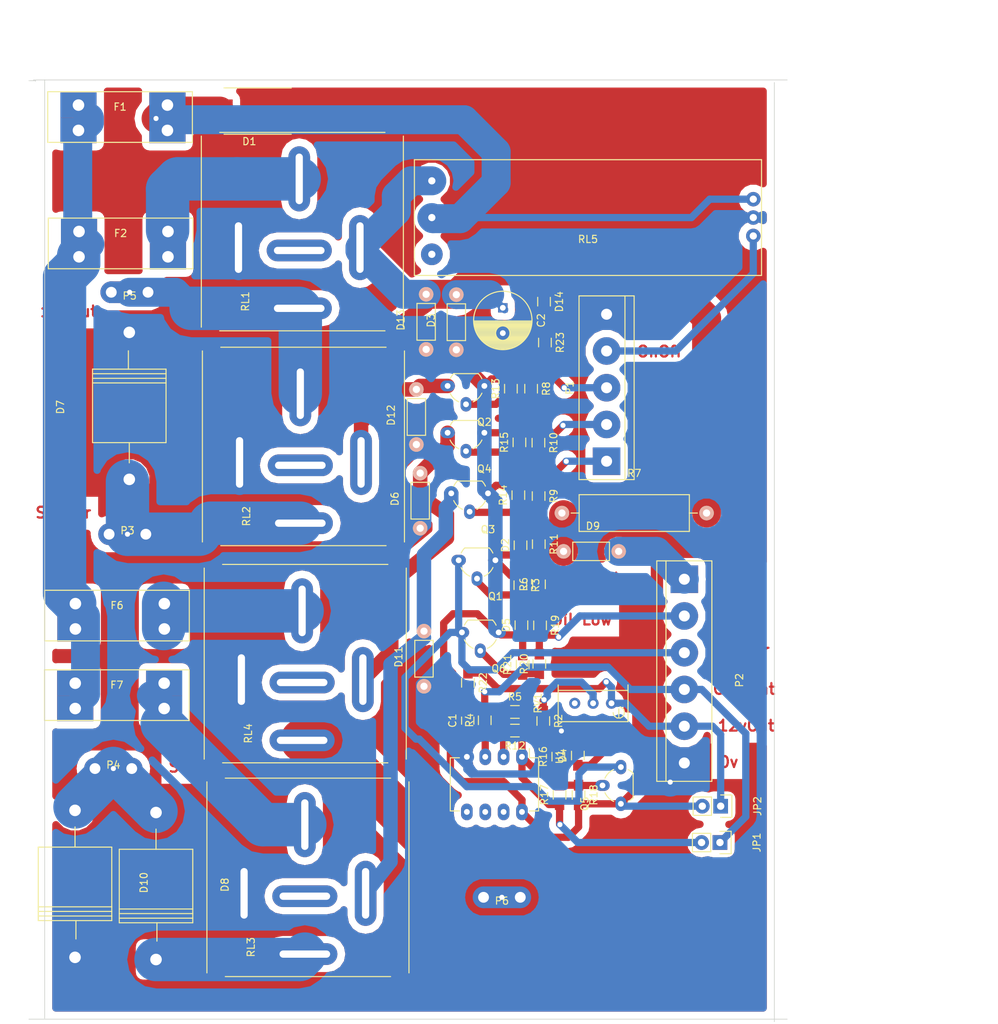
<source format=kicad_pcb>
(kicad_pcb (version 4) (host pcbnew 4.0.6)
  (layers (0 F.Cu signal) (31 B.Cu signal) (34 B.Paste user) (35 F.Paste user) (36 B.SilkS user) (37 F.SilkS user) (38 B.Mask user) (39 F.Mask user) (44 Edge.Cuts user))
  (net 0 "")
  (net 1 GND)
  (net 2 CoolantTemp)
  (net 3 12vSwitched)
  (net 4 "Net-(D2-Pad2)")
  (net 5 "Net-(D4-Pad2)")
  (net 6 "Net-(D5-Pad2)")
  (net 7 "Net-(D9-Pad1)")
  (net 8 AlternatorExcitation)
  (net 9 StartCoil)
  (net 10 StopCoil)
  (net 11 GlowCoil)
  (net 12 StopBtn)
  (net 13 OnOffBtn)
  (net 14 GlowBtn)
  (net 15 Buzzer)
  (net 16 OilSwitch)
  (net 17 "Net-(Q1-Pad2)")
  (net 18 "Net-(Q2-Pad2)")
  (net 19 "Net-(Q3-Pad2)")
  (net 20 "Net-(Q4-Pad2)")
  (net 21 "Net-(Q5-Pad2)")
  (net 22 "Net-(Q6-Pad2)")
  (net 23 "Net-(R4-Pad1)")
  (net 24 "Net-(R12-Pad2)")
  (net 25 StarterSolenoidT30)
  (net 26 StopSolenoid)
  (net 27 "Net-(D8-Pad1)")
  (net 28 "Net-(D14-Pad2)")
  (net 29 BatteryFused5A)
  (net 30 Battery+)
  (net 31 "Net-(F2-Pad1)")
  (net 32 "Net-(F6-Pad1)")
  (net 33 "Net-(F7-Pad1)")
  (net 34 "Net-(JP1-Pad2)")
  (net 35 "Net-(F3-Pad1)")
  (net 36 GlowPlugs)
  (net 37 StartBtn)
  (net 38 "Net-(R2-Pad1)")
  (net 39 CoolantSensorSupply)
  (module Capacitors_SMD:C_0805_HandSoldering (layer F.Cu) (at 99.3 112.575 90)
    (fp_text reference C1 (at 0 -2.1 90) (layer F.SilkS))
    (fp_text value 10nF)
    (pad 1 smd rect (at -1.25 0 90) (size 1.5 1.25) (layers F.Cu F.Paste F.Mask) (net 1 GND))
    (pad 2 smd rect (at 1.25 0 90) (size 1.5 1.25) (layers F.Cu F.Paste F.Mask) (net 2 CoolantTemp))
  )
  (module Capacitors_ThroughHole:C_Radial_D8_L11.5_P3.5 (layer F.Cu) (at 104.15 55.5 270)
    (fp_text reference C2 (at 1.75 -5.3 270) (layer F.SilkS))
    (fp_text value 100uF)
    (pad 2 thru_hole circle (at 3.5 0 270) (size 1.3 1.3) (drill 0.8) (layers *.Cu *.Mask) (net 1 GND))
    (pad 1 thru_hole rect (at 0 0 270) (size 1.3 1.3) (drill 0.8) (layers *.Cu *.Mask) (net 3 12vSwitched))
  )
  (module Diodes_SMD:DO-214AB_Handsoldering (layer F.Cu) (at 69.1 28.3 180)
    (fp_text reference D1 (at 0 -4.2 180) (layer F.SilkS))
    (fp_text value "SMBJ30CA-TR TSV")
    (pad 2 smd rect (at 4.1 0 180) (size 3.6 3.2) (layers F.Cu F.Paste F.Mask) (net 29 BatteryFused5A))
    (pad 1 smd rect (at -4.1 0 180) (size 3.6 3.2) (layers F.Cu F.Paste F.Mask) (net 1 GND))
  )
  (module Resistors_SMD:R_0805_HandSoldering (layer F.Cu) (at 106.6 88.325 90)
    (fp_text reference D2 (at 0 -2.1 90) (layer F.SilkS))
    (fp_text value ChargeWarn)
    (pad 1 smd rect (at -1.35 0 90) (size 1.5 1.3) (layers F.Cu F.Paste F.Mask) (net 3 12vSwitched))
    (pad 2 smd rect (at 1.35 0 90) (size 1.5 1.3) (layers F.Cu F.Paste F.Mask) (net 4 "Net-(D2-Pad2)"))
  )
  (module Resistors_SMD:R_0805_HandSoldering (layer F.Cu) (at 114.525 117.4 90)
    (fp_text reference D4 (at 0 -2.1 90) (layer F.SilkS))
    (fp_text value TempWarn)
    (pad 1 smd rect (at -1.35 0 90) (size 1.5 1.3) (layers F.Cu F.Paste F.Mask) (net 3 12vSwitched))
    (pad 2 smd rect (at 1.35 0 90) (size 1.5 1.3) (layers F.Cu F.Paste F.Mask) (net 5 "Net-(D4-Pad2)"))
  )
  (module Resistors_SMD:R_0805_HandSoldering (layer F.Cu) (at 106.725 99.375 90)
    (fp_text reference D5 (at 0 -2.1 90) (layer F.SilkS))
    (fp_text value OilWarn)
    (pad 1 smd rect (at -1.35 0 90) (size 1.5 1.3) (layers F.Cu F.Paste F.Mask) (net 3 12vSwitched))
    (pad 2 smd rect (at 1.35 0 90) (size 1.5 1.3) (layers F.Cu F.Paste F.Mask) (net 6 "Net-(D5-Pad2)"))
  )
  (module Resistors_ThroughHole:Resistor_Horizontal_RM7mm (layer F.Cu) (at 112.55 89.175)
    (fp_text reference D9 (at 4.05892 -3.50012) (layer F.SilkS))
    (fp_text value "1A 40V")
    (pad 1 thru_hole circle (at 0 0) (size 1.99898 1.99898) (drill 1.00076) (layers *.Cu *.SilkS *.Mask) (net 7 "Net-(D9-Pad1)"))
    (pad 2 thru_hole circle (at 7.62 0) (size 1.99898 1.99898) (drill 1.00076) (layers *.Cu *.SilkS *.Mask) (net 8 AlternatorExcitation))
  )
  (module TO_SOT_Packages_THT:TO-92_Molded_Wide_Oval (layer F.Cu) (at 103.125 90.4 180)
    (fp_text reference Q1 (at 0 -5 180) (layer F.SilkS))
    (fp_text value 2N2907)
    (pad 2 thru_hole oval (at 2.54 -2.54 270) (size 1.99898 1.50114) (drill 0.8) (layers *.Cu *.Mask) (net 17 "Net-(Q1-Pad2)"))
    (pad 1 thru_hole oval (at 0 0 270) (size 1.50114 1.99898) (drill 0.8) (layers *.Cu *.Mask) (net 3 12vSwitched))
    (pad 3 thru_hole oval (at 5.08 0 270) (size 1.50114 1.99898) (drill 0.8) (layers *.Cu *.Mask) (net 15 Buzzer))
  )
  (module TO_SOT_Packages_THT:TO-92_Molded_Wide_Oval (layer F.Cu) (at 101.6 66.3 180)
    (fp_text reference Q2 (at 0 -5 180) (layer F.SilkS))
    (fp_text value 2N2907)
    (pad 2 thru_hole oval (at 2.54 -2.54 270) (size 1.99898 1.50114) (drill 0.8) (layers *.Cu *.Mask) (net 18 "Net-(Q2-Pad2)"))
    (pad 1 thru_hole oval (at 0 0 270) (size 1.50114 1.99898) (drill 0.8) (layers *.Cu *.Mask) (net 3 12vSwitched))
    (pad 3 thru_hole oval (at 5.08 0 270) (size 1.50114 1.99898) (drill 0.8) (layers *.Cu *.Mask) (net 9 StartCoil))
  )
  (module TO_SOT_Packages_THT:TO-92_Molded_Wide_Oval (layer F.Cu) (at 102.1 81.15 180)
    (fp_text reference Q3 (at 0 -5 180) (layer F.SilkS))
    (fp_text value 2N2907)
    (pad 2 thru_hole oval (at 2.54 -2.54 270) (size 1.99898 1.50114) (drill 0.8) (layers *.Cu *.Mask) (net 19 "Net-(Q3-Pad2)"))
    (pad 1 thru_hole oval (at 0 0 270) (size 1.50114 1.99898) (drill 0.8) (layers *.Cu *.Mask) (net 3 12vSwitched))
    (pad 3 thru_hole oval (at 5.08 0 270) (size 1.50114 1.99898) (drill 0.8) (layers *.Cu *.Mask) (net 10 StopCoil))
  )
  (module TO_SOT_Packages_THT:TO-92_Molded_Wide_Oval (layer F.Cu) (at 101.6 72.775 180)
    (fp_text reference Q4 (at 0 -5 180) (layer F.SilkS))
    (fp_text value 2N2907)
    (pad 2 thru_hole oval (at 2.54 -2.54 270) (size 1.99898 1.50114) (drill 0.8) (layers *.Cu *.Mask) (net 20 "Net-(Q4-Pad2)"))
    (pad 1 thru_hole oval (at 0 0 270) (size 1.50114 1.99898) (drill 0.8) (layers *.Cu *.Mask) (net 3 12vSwitched))
    (pad 3 thru_hole oval (at 5.08 0 270) (size 1.50114 1.99898) (drill 0.8) (layers *.Cu *.Mask) (net 11 GlowCoil))
  )
  (module TO_SOT_Packages_THT:TO-92_Molded_Wide_Oval (layer F.Cu) (at 120.475 124.075 90)
    (fp_text reference Q5 (at 0 -5 90) (layer F.SilkS))
    (fp_text value 2N2907)
    (pad 2 thru_hole oval (at 2.54 -2.54 180) (size 1.99898 1.50114) (drill 0.8) (layers *.Cu *.Mask) (net 21 "Net-(Q5-Pad2)"))
    (pad 1 thru_hole oval (at 0 0 180) (size 1.50114 1.99898) (drill 0.8) (layers *.Cu *.Mask) (net 3 12vSwitched))
    (pad 3 thru_hole oval (at 5.08 0 180) (size 1.50114 1.99898) (drill 0.8) (layers *.Cu *.Mask) (net 15 Buzzer))
  )
  (module TO_SOT_Packages_THT:TO-92_Molded_Wide_Oval (layer F.Cu) (at 103.575 100.375 180)
    (fp_text reference Q6 (at 0 -5 180) (layer F.SilkS))
    (fp_text value 2N2907)
    (pad 2 thru_hole oval (at 2.54 -2.54 270) (size 1.99898 1.50114) (drill 0.8) (layers *.Cu *.Mask) (net 22 "Net-(Q6-Pad2)"))
    (pad 1 thru_hole oval (at 0 0 270) (size 1.50114 1.99898) (drill 0.8) (layers *.Cu *.Mask) (net 3 12vSwitched))
    (pad 3 thru_hole oval (at 5.08 0 270) (size 1.50114 1.99898) (drill 0.8) (layers *.Cu *.Mask) (net 15 Buzzer))
  )
  (module Resistors_SMD:R_0805_HandSoldering (layer F.Cu) (at 109.75 112.625 270)
    (fp_text reference R2 (at 0 -2.1 270) (layer F.SilkS))
    (fp_text value 330R)
    (pad 1 smd rect (at -1.35 0 270) (size 1.5 1.3) (layers F.Cu F.Paste F.Mask) (net 38 "Net-(R2-Pad1)"))
    (pad 2 smd rect (at 1.35 0 270) (size 1.5 1.3) (layers F.Cu F.Paste F.Mask) (net 1 GND))
  )
  (module Resistors_SMD:R_0805_HandSoldering (layer F.Cu) (at 106.575 93.85 270)
    (fp_text reference R3 (at 0 -2.1 270) (layer F.SilkS))
    (fp_text value 10K)
    (pad 1 smd rect (at -1.35 0 270) (size 1.5 1.3) (layers F.Cu F.Paste F.Mask) (net 3 12vSwitched))
    (pad 2 smd rect (at 1.35 0 270) (size 1.5 1.3) (layers F.Cu F.Paste F.Mask) (net 17 "Net-(Q1-Pad2)"))
  )
  (module Resistors_SMD:R_0805_HandSoldering (layer F.Cu) (at 101.65 112.525 90)
    (fp_text reference R4 (at 0 -2.1 90) (layer F.SilkS))
    (fp_text value 10K)
    (pad 1 smd rect (at -1.35 0 90) (size 1.5 1.3) (layers F.Cu F.Paste F.Mask) (net 23 "Net-(R4-Pad1)"))
    (pad 2 smd rect (at 1.35 0 90) (size 1.5 1.3) (layers F.Cu F.Paste F.Mask) (net 2 CoolantTemp))
  )
  (module Resistors_SMD:R_0805_HandSoldering (layer F.Cu) (at 105.825 111.375)
    (fp_text reference R5 (at 0 -2.1) (layer F.SilkS))
    (fp_text value 10K)
    (pad 1 smd rect (at -1.35 0) (size 1.5 1.3) (layers F.Cu F.Paste F.Mask) (net 24 "Net-(R12-Pad2)"))
    (pad 2 smd rect (at 1.35 0) (size 1.5 1.3) (layers F.Cu F.Paste F.Mask) (net 38 "Net-(R2-Pad1)"))
  )
  (module Resistors_SMD:R_0805_HandSoldering (layer F.Cu) (at 109.15 93.725 90)
    (fp_text reference R6 (at 0 -2.1 90) (layer F.SilkS))
    (fp_text value 2.2K)
    (pad 1 smd rect (at -1.35 0 90) (size 1.5 1.3) (layers F.Cu F.Paste F.Mask) (net 17 "Net-(Q1-Pad2)"))
    (pad 2 smd rect (at 1.35 0 90) (size 1.5 1.3) (layers F.Cu F.Paste F.Mask) (net 7 "Net-(D9-Pad1)"))
  )
  (module Resistors_ThroughHole:Resistor_Horizontal_RM20mm (layer F.Cu) (at 112.325 83.875)
    (fp_text reference R7 (at 10 -5.4991) (layer F.SilkS))
    (fp_text value 10R)
    (pad 1 thru_hole circle (at 0 0) (size 1.99898 1.99898) (drill 1.00076) (layers *.Cu *.SilkS *.Mask) (net 7 "Net-(D9-Pad1)"))
    (pad 2 thru_hole circle (at 20 0) (size 1.99898 1.99898) (drill 1.00076) (layers *.Cu *.SilkS *.Mask) (net 3 12vSwitched))
  )
  (module Resistors_SMD:R_0805_HandSoldering (layer F.Cu) (at 108.063 66.685 270)
    (fp_text reference R8 (at 0 -2.1 270) (layer F.SilkS))
    (fp_text value 2.2K)
    (pad 1 smd rect (at -1.35 0 270) (size 1.5 1.3) (layers F.Cu F.Paste F.Mask) (net 37 StartBtn))
    (pad 2 smd rect (at 1.35 0 270) (size 1.5 1.3) (layers F.Cu F.Paste F.Mask) (net 18 "Net-(Q2-Pad2)"))
  )
  (module Resistors_SMD:R_0805_HandSoldering (layer F.Cu) (at 109.1 81.525 270)
    (fp_text reference R9 (at 0 -2.1 270) (layer F.SilkS))
    (fp_text value 2.2K)
    (pad 1 smd rect (at -1.35 0 270) (size 1.5 1.3) (layers F.Cu F.Paste F.Mask) (net 12 StopBtn))
    (pad 2 smd rect (at 1.35 0 270) (size 1.5 1.3) (layers F.Cu F.Paste F.Mask) (net 19 "Net-(Q3-Pad2)"))
  )
  (module Resistors_SMD:R_0805_HandSoldering (layer F.Cu) (at 109.075 74.15 270)
    (fp_text reference R10 (at 0 -2.1 270) (layer F.SilkS))
    (fp_text value 2.2K)
    (pad 1 smd rect (at -1.35 0 270) (size 1.5 1.3) (layers F.Cu F.Paste F.Mask) (net 14 GlowBtn))
    (pad 2 smd rect (at 1.35 0 270) (size 1.5 1.3) (layers F.Cu F.Paste F.Mask) (net 20 "Net-(Q4-Pad2)"))
  )
  (module Resistors_SMD:R_0805_HandSoldering (layer F.Cu) (at 109.125 88.175 270)
    (fp_text reference R11 (at 0 -2.1 270) (layer F.SilkS))
    (fp_text value 1K)
    (pad 1 smd rect (at -1.35 0 270) (size 1.5 1.3) (layers F.Cu F.Paste F.Mask) (net 4 "Net-(D2-Pad2)"))
    (pad 2 smd rect (at 1.35 0 270) (size 1.5 1.3) (layers F.Cu F.Paste F.Mask) (net 7 "Net-(D9-Pad1)"))
  )
  (module Resistors_SMD:R_0805_HandSoldering (layer F.Cu) (at 105.825 113.95 180)
    (fp_text reference R12 (at 0 -2.1 180) (layer F.SilkS))
    (fp_text value 100K)
    (pad 1 smd rect (at -1.35 0 180) (size 1.5 1.3) (layers F.Cu F.Paste F.Mask) (net 34 "Net-(JP1-Pad2)"))
    (pad 2 smd rect (at 1.35 0 180) (size 1.5 1.3) (layers F.Cu F.Paste F.Mask) (net 24 "Net-(R12-Pad2)"))
  )
  (module Resistors_SMD:R_0805_HandSoldering (layer F.Cu) (at 105.269 66.685 90)
    (fp_text reference R13 (at 0 -2.1 90) (layer F.SilkS))
    (fp_text value 10K)
    (pad 1 smd rect (at -1.35 0 90) (size 1.5 1.3) (layers F.Cu F.Paste F.Mask) (net 18 "Net-(Q2-Pad2)"))
    (pad 2 smd rect (at 1.35 0 90) (size 1.5 1.3) (layers F.Cu F.Paste F.Mask) (net 3 12vSwitched))
  )
  (module Resistors_SMD:R_0805_HandSoldering (layer F.Cu) (at 106.3 81.4 90)
    (fp_text reference R14 (at 0 -2.1 90) (layer F.SilkS))
    (fp_text value 10K)
    (pad 1 smd rect (at -1.35 0 90) (size 1.5 1.3) (layers F.Cu F.Paste F.Mask) (net 19 "Net-(Q3-Pad2)"))
    (pad 2 smd rect (at 1.35 0 90) (size 1.5 1.3) (layers F.Cu F.Paste F.Mask) (net 3 12vSwitched))
  )
  (module Resistors_SMD:R_0805_HandSoldering (layer F.Cu) (at 106.45 74.1 90)
    (fp_text reference R15 (at 0 -2.1 90) (layer F.SilkS))
    (fp_text value 10K)
    (pad 1 smd rect (at -1.35 0 90) (size 1.5 1.3) (layers F.Cu F.Paste F.Mask) (net 20 "Net-(Q4-Pad2)"))
    (pad 2 smd rect (at 1.35 0 90) (size 1.5 1.3) (layers F.Cu F.Paste F.Mask) (net 3 12vSwitched))
  )
  (module Resistors_SMD:R_0805_HandSoldering (layer F.Cu) (at 111.825 117.55 90)
    (fp_text reference R16 (at 0 -2.1 90) (layer F.SilkS))
    (fp_text value 1K)
    (pad 1 smd rect (at -1.35 0 90) (size 1.5 1.3) (layers F.Cu F.Paste F.Mask) (net 34 "Net-(JP1-Pad2)"))
    (pad 2 smd rect (at 1.35 0 90) (size 1.5 1.3) (layers F.Cu F.Paste F.Mask) (net 5 "Net-(D4-Pad2)"))
  )
  (module Resistors_SMD:R_0805_HandSoldering (layer F.Cu) (at 112 122.825 90)
    (fp_text reference R17 (at 0 -2.1 90) (layer F.SilkS))
    (fp_text value 2.2K)
    (pad 1 smd rect (at -1.35 0 90) (size 1.5 1.3) (layers F.Cu F.Paste F.Mask) (net 34 "Net-(JP1-Pad2)"))
    (pad 2 smd rect (at 1.35 0 90) (size 1.5 1.3) (layers F.Cu F.Paste F.Mask) (net 21 "Net-(Q5-Pad2)"))
  )
  (module Resistors_SMD:R_0805_HandSoldering (layer F.Cu) (at 114.625 122.85 270)
    (fp_text reference R18 (at 0 -2.1 270) (layer F.SilkS))
    (fp_text value 10K)
    (pad 1 smd rect (at -1.35 0 270) (size 1.5 1.3) (layers F.Cu F.Paste F.Mask) (net 21 "Net-(Q5-Pad2)"))
    (pad 2 smd rect (at 1.35 0 270) (size 1.5 1.3) (layers F.Cu F.Paste F.Mask) (net 3 12vSwitched))
  )
  (module Resistors_SMD:R_0805_HandSoldering (layer F.Cu) (at 109.3 99.4 270)
    (fp_text reference R19 (at 0 -2.1 270) (layer F.SilkS))
    (fp_text value 1K)
    (pad 1 smd rect (at -1.35 0 270) (size 1.5 1.3) (layers F.Cu F.Paste F.Mask) (net 6 "Net-(D5-Pad2)"))
    (pad 2 smd rect (at 1.35 0 270) (size 1.5 1.3) (layers F.Cu F.Paste F.Mask) (net 16 OilSwitch))
  )
  (module Resistors_SMD:R_0805_HandSoldering (layer F.Cu) (at 109.2 104.725 90)
    (fp_text reference R20 (at 0 -2.1 90) (layer F.SilkS))
    (fp_text value 2.2K)
    (pad 1 smd rect (at -1.35 0 90) (size 1.5 1.3) (layers F.Cu F.Paste F.Mask) (net 22 "Net-(Q6-Pad2)"))
    (pad 2 smd rect (at 1.35 0 90) (size 1.5 1.3) (layers F.Cu F.Paste F.Mask) (net 16 OilSwitch))
  )
  (module Resistors_SMD:R_0805_HandSoldering (layer F.Cu) (at 106.9 104.825 90)
    (fp_text reference R21 (at 0 -2.1 90) (layer F.SilkS))
    (fp_text value 10K)
    (pad 1 smd rect (at -1.35 0 90) (size 1.5 1.3) (layers F.Cu F.Paste F.Mask) (net 22 "Net-(Q6-Pad2)"))
    (pad 2 smd rect (at 1.35 0 90) (size 1.5 1.3) (layers F.Cu F.Paste F.Mask) (net 3 12vSwitched))
  )
  (module Housings_DIP:DIP-8_W7.62mm_LongPads (layer F.Cu) (at 106.8 117.575 270)
    (fp_text reference U1 (at 0 -5.22 270) (layer F.SilkS))
    (fp_text value LM358)
    (pad 1 thru_hole oval (at 0 0 270) (size 2.3 1.6) (drill 0.8) (layers *.Cu *.Mask) (net 34 "Net-(JP1-Pad2)"))
    (pad 2 thru_hole oval (at 0 2.54 270) (size 2.3 1.6) (drill 0.8) (layers *.Cu *.Mask) (net 24 "Net-(R12-Pad2)"))
    (pad 3 thru_hole oval (at 0 5.08 270) (size 2.3 1.6) (drill 0.8) (layers *.Cu *.Mask) (net 23 "Net-(R4-Pad1)"))
    (pad 4 thru_hole oval (at 0 7.62 270) (size 2.3 1.6) (drill 0.8) (layers *.Cu *.Mask) (net 1 GND))
    (pad 5 thru_hole oval (at 7.62 7.62 270) (size 2.3 1.6) (drill 0.8) (layers *.Cu *.Mask))
    (pad 6 thru_hole oval (at 7.62 5.08 270) (size 2.3 1.6) (drill 0.8) (layers *.Cu *.Mask))
    (pad 7 thru_hole oval (at 7.62 2.54 270) (size 2.3 1.6) (drill 0.8) (layers *.Cu *.Mask))
    (pad 8 thru_hole oval (at 7.62 0 270) (size 2.3 1.6) (drill 0.8) (layers *.Cu *.Mask) (net 3 12vSwitched))
  )
  (module Resistors_ThroughHole:Resistor_Horizontal_RM7mm (layer F.Cu) (at 97.725 61.3 90)
    (fp_text reference D3 (at 4.05892 -3.50012 90) (layer F.SilkS))
    (fp_text value 10A100V)
    (pad 1 thru_hole circle (at 0 0 90) (size 1.99898 1.99898) (drill 1.00076) (layers *.Cu *.SilkS *.Mask) (net 1 GND))
    (pad 2 thru_hole circle (at 7.62 0 90) (size 1.99898 1.99898) (drill 1.00076) (layers *.Cu *.SilkS *.Mask) (net 3 12vSwitched))
  )
  (module Resistors_ThroughHole:Resistor_Horizontal_RM7mm (layer F.Cu) (at 92.725 85.975 90)
    (fp_text reference D6 (at 4.05892 -3.50012 90) (layer F.SilkS))
    (fp_text value "5A 600V")
    (pad 1 thru_hole circle (at 0 0 90) (size 1.99898 1.99898) (drill 1.00076) (layers *.Cu *.SilkS *.Mask) (net 1 GND))
    (pad 2 thru_hole circle (at 7.62 0 90) (size 1.99898 1.99898) (drill 1.00076) (layers *.Cu *.SilkS *.Mask) (net 11 GlowCoil))
  )
  (module Resistors_ThroughHole:Resistor_Horizontal_RM7mm (layer F.Cu) (at 93.25 107.825 90)
    (fp_text reference D11 (at 4.05892 -3.50012 90) (layer F.SilkS))
    (fp_text value "5A 600V")
    (pad 1 thru_hole circle (at 0 0 90) (size 1.99898 1.99898) (drill 1.00076) (layers *.Cu *.SilkS *.Mask) (net 1 GND))
    (pad 2 thru_hole circle (at 7.62 0 90) (size 1.99898 1.99898) (drill 1.00076) (layers *.Cu *.SilkS *.Mask) (net 10 StopCoil))
  )
  (module Resistors_ThroughHole:Resistor_Horizontal_RM7mm (layer F.Cu) (at 92.2 74.4 90)
    (fp_text reference D12 (at 4.05892 -3.50012 90) (layer F.SilkS))
    (fp_text value "5A 600V")
    (pad 1 thru_hole circle (at 0 0 90) (size 1.99898 1.99898) (drill 1.00076) (layers *.Cu *.SilkS *.Mask) (net 1 GND))
    (pad 2 thru_hole circle (at 7.62 0 90) (size 1.99898 1.99898) (drill 1.00076) (layers *.Cu *.SilkS *.Mask) (net 9 StartCoil))
  )
  (module Resistors_ThroughHole:Resistor_Horizontal_RM7mm (layer F.Cu) (at 93.55 61.25 90)
    (fp_text reference D13 (at 4.05892 -3.50012 90) (layer F.SilkS))
    (fp_text value "5A 600V")
    (pad 1 thru_hole circle (at 0 0 90) (size 1.99898 1.99898) (drill 1.00076) (layers *.Cu *.SilkS *.Mask) (net 1 GND))
    (pad 2 thru_hole circle (at 7.62 0 90) (size 1.99898 1.99898) (drill 1.00076) (layers *.Cu *.SilkS *.Mask) (net 3 12vSwitched))
  )
  (module Divers:CrimpBlade (layer F.Cu) (at 52.55 53.35)
    (fp_text reference P5 (at 0 0.5) (layer F.SilkS))
    (fp_text value 12VSwitchedPower)
    (pad 1 thru_hole oval (at 0 0) (size 8 3) (drill 0.7) (layers *.Cu *.Mask) (net 35 "Net-(F3-Pad1)"))
    (pad 1 thru_hole circle (at -2.54 0) (size 3 3) (drill 1.5) (layers *.Cu *.Mask) (net 35 "Net-(F3-Pad1)"))
    (pad 1 thru_hole circle (at 2.54 0) (size 3 3) (drill 1.5) (layers *.Cu *.Mask) (net 35 "Net-(F3-Pad1)"))
  )
  (module Resistors_SMD:R_0805_HandSoldering (layer F.Cu) (at 99.325 107.35 270)
    (fp_text reference R22 (at 0 -2.1 270) (layer F.SilkS))
    (fp_text value 1K)
    (pad 1 smd rect (at -1.35 0 270) (size 1.5 1.3) (layers F.Cu F.Paste F.Mask) (net 39 CoolantSensorSupply))
    (pad 2 smd rect (at 1.35 0 270) (size 1.5 1.3) (layers F.Cu F.Paste F.Mask) (net 2 CoolantTemp))
  )
  (module Diodes_ThroughHole:Diode_P600_Horizontal (layer F.Cu) (at 52.5 58.9 270)
    (fp_text reference D7 (at 10.32764 9.52246 270) (layer F.SilkS))
    (fp_text value "5A 600V")
    (pad 2 thru_hole circle (at 20.32 -0.00254 90) (size 3.54076 3.54076) (drill 1.6002) (layers *.Cu *.Mask) (net 25 StarterSolenoidT30))
    (pad 1 thru_hole rect (at 0 -0.00254 90) (size 3.54076 3.54076) (drill 1.6002) (layers *.Cu *.Mask) (net 1 GND))
  )
  (module Diodes_ThroughHole:Diode_P600_Horizontal (layer F.Cu) (at 56.2 145.6 90)
    (fp_text reference D8 (at 10.32764 9.52246 90) (layer F.SilkS))
    (fp_text value "10A 600V")
    (pad 2 thru_hole circle (at 20.32 -0.00254 270) (size 3.54076 3.54076) (drill 1.6002) (layers *.Cu *.Mask) (net 26 StopSolenoid))
    (pad 1 thru_hole rect (at 0 -0.00254 270) (size 3.54076 3.54076) (drill 1.6002) (layers *.Cu *.Mask) (net 27 "Net-(D8-Pad1)"))
  )
  (module Diodes_ThroughHole:Diode_P600_Horizontal (layer F.Cu) (at 45 145.3 90)
    (fp_text reference D10 (at 10.32764 9.52246 90) (layer F.SilkS))
    (fp_text value "10A 600V")
    (pad 2 thru_hole circle (at 20.32 -0.00254 270) (size 3.54076 3.54076) (drill 1.6002) (layers *.Cu *.Mask) (net 26 StopSolenoid))
    (pad 1 thru_hole rect (at 0 -0.00254 270) (size 3.54076 3.54076) (drill 1.6002) (layers *.Cu *.Mask) (net 1 GND))
  )
  (module Resistors_SMD:R_0805_HandSoldering (layer F.Cu) (at 109.85 54.65 270)
    (fp_text reference D14 (at 0 -2.1 270) (layer F.SilkS))
    (fp_text value OilWarn)
    (pad 1 smd rect (at -1.35 0 270) (size 1.5 1.3) (layers F.Cu F.Paste F.Mask) (net 3 12vSwitched))
    (pad 2 smd rect (at 1.35 0 270) (size 1.5 1.3) (layers F.Cu F.Paste F.Mask) (net 28 "Net-(D14-Pad2)"))
  )
  (module Resistors_SMD:R_0805_HandSoldering (layer F.Cu) (at 109.975 60.3 270)
    (fp_text reference R23 (at 0 -2.1 270) (layer F.SilkS))
    (fp_text value 1K)
    (pad 1 smd rect (at -1.35 0 270) (size 1.5 1.3) (layers F.Cu F.Paste F.Mask) (net 28 "Net-(D14-Pad2)"))
    (pad 2 smd rect (at 1.35 0 270) (size 1.5 1.3) (layers F.Cu F.Paste F.Mask) (net 1 GND))
  )
  (module Divers:AutomotiveRelay35A (layer F.Cu) (at 65 58.175 90)
    (fp_text reference RL1 (at 3.556 3.556 90) (layer F.SilkS))
    (fp_text value EnginePower)
    (pad 86 thru_hole oval (at 11 19.4 180) (size 3 9) (drill oval 1 7) (layers *.Cu *.Mask) (net 3 12vSwitched))
    (pad 85 thru_hole oval (at 11 2.6 180) (size 3 9) (drill oval 1 7) (layers *.Cu *.Mask) (net 1 GND))
    (pad 30 thru_hole oval (at 20.5 11 180) (size 3 9) (drill oval 1 7) (layers *.Cu *.Mask) (net 31 "Net-(F2-Pad1)"))
    (pad 87a thru_hole oval (at 10.6 11 90) (size 3 9) (drill oval 1 7) (layers *.Cu *.Mask))
    (pad 87 thru_hole oval (at 2.6 11 90) (size 3 9) (drill oval 1 7) (layers *.Cu *.Mask) (net 35 "Net-(F3-Pad1)"))
  )
  (module Divers:AutomotiveRelay35A (layer F.Cu) (at 65.15 87.875 90)
    (fp_text reference RL2 (at 3.556 3.556 90) (layer F.SilkS))
    (fp_text value EngineStart)
    (pad 86 thru_hole oval (at 11 19.4 180) (size 3 9) (drill oval 1 7) (layers *.Cu *.Mask) (net 9 StartCoil))
    (pad 85 thru_hole oval (at 11 2.6 180) (size 3 9) (drill oval 1 7) (layers *.Cu *.Mask) (net 1 GND))
    (pad 30 thru_hole oval (at 20.5 11 180) (size 3 9) (drill oval 1 7) (layers *.Cu *.Mask) (net 35 "Net-(F3-Pad1)"))
    (pad 87a thru_hole oval (at 10.6 11 90) (size 3 9) (drill oval 1 7) (layers *.Cu *.Mask))
    (pad 87 thru_hole oval (at 2.6 11 90) (size 3 9) (drill oval 1 7) (layers *.Cu *.Mask) (net 25 StarterSolenoidT30))
  )
  (module Divers:AutomotiveRelay35A (layer F.Cu) (at 65.775 147.45 90)
    (fp_text reference RL3 (at 3.556 3.556 90) (layer F.SilkS))
    (fp_text value EngineStop)
    (pad 86 thru_hole oval (at 11 19.4 180) (size 3 9) (drill oval 1 7) (layers *.Cu *.Mask) (net 10 StopCoil))
    (pad 85 thru_hole oval (at 11 2.6 180) (size 3 9) (drill oval 1 7) (layers *.Cu *.Mask) (net 1 GND))
    (pad 30 thru_hole oval (at 20.5 11 180) (size 3 9) (drill oval 1 7) (layers *.Cu *.Mask) (net 33 "Net-(F7-Pad1)"))
    (pad 87a thru_hole oval (at 10.6 11 90) (size 3 9) (drill oval 1 7) (layers *.Cu *.Mask))
    (pad 87 thru_hole oval (at 2.6 11 90) (size 3 9) (drill oval 1 7) (layers *.Cu *.Mask) (net 27 "Net-(D8-Pad1)"))
  )
  (module Divers:AutomotiveRelay35A (layer F.Cu) (at 65.4 117.9 90)
    (fp_text reference RL4 (at 3.556 3.556 90) (layer F.SilkS))
    (fp_text value GlowPlugs)
    (pad 86 thru_hole oval (at 11 19.4 180) (size 3 9) (drill oval 1 7) (layers *.Cu *.Mask) (net 11 GlowCoil))
    (pad 85 thru_hole oval (at 11 2.6 180) (size 3 9) (drill oval 1 7) (layers *.Cu *.Mask) (net 1 GND))
    (pad 30 thru_hole oval (at 20.5 11 180) (size 3 9) (drill oval 1 7) (layers *.Cu *.Mask) (net 32 "Net-(F6-Pad1)"))
    (pad 87a thru_hole oval (at 10.6 11 90) (size 3 9) (drill oval 1 7) (layers *.Cu *.Mask))
    (pad 87 thru_hole oval (at 2.6 11 90) (size 3 9) (drill oval 1 7) (layers *.Cu *.Mask) (net 36 GlowPlugs))
  )
  (module Connect:bornier5 (layer F.Cu) (at 118.5 66.55 90)
    (fp_text reference P1 (at 0 -5.08 90) (layer F.SilkS))
    (fp_text value VPButtons)
    (pad 2 thru_hole circle (at -5.08 0 90) (size 3.81 3.81) (drill 1.524) (layers *.Cu *.Mask) (net 14 GlowBtn))
    (pad 3 thru_hole circle (at 0 0 90) (size 3.81 3.81) (drill 1.524) (layers *.Cu *.Mask) (net 37 StartBtn))
    (pad 1 thru_hole rect (at -10.16 0 90) (size 3.81 3.81) (drill 1.524) (layers *.Cu *.Mask) (net 12 StopBtn))
    (pad 4 thru_hole circle (at 5.08 0 90) (size 3.81 3.81) (drill 1.524) (layers *.Cu *.Mask) (net 13 OnOffBtn))
    (pad 5 thru_hole circle (at 10.16 0 90) (size 3.81 3.81) (drill 1.524) (layers *.Cu *.Mask) (net 1 GND))
  )
  (module Connect:bornier6 (layer F.Cu) (at 129.25 105.725 270)
    (fp_text reference P2 (at 1.27 -7.62 270) (layer F.SilkS))
    (fp_text value ToEngine)
    (pad 2 thru_hole circle (at -7.62 0 270) (size 3.81 3.81) (drill 1.524) (layers *.Cu *.Mask) (net 16 OilSwitch))
    (pad 3 thru_hole circle (at -2.54 0 270) (size 3.81 3.81) (drill 1.524) (layers *.Cu *.Mask) (net 15 Buzzer))
    (pad 1 thru_hole rect (at -12.7 0 270) (size 3.81 3.81) (drill 1.524) (layers *.Cu *.Mask) (net 8 AlternatorExcitation))
    (pad 4 thru_hole circle (at 2.54 0 270) (size 3.81 3.81) (drill 1.524) (layers *.Cu *.Mask) (net 2 CoolantTemp))
    (pad 5 thru_hole circle (at 7.62 0 270) (size 3.81 3.81) (drill 1.524) (layers *.Cu *.Mask) (net 39 CoolantSensorSupply))
    (pad 6 thru_hole circle (at 12.7 0 270) (size 3.81 3.81) (drill 1.524) (layers *.Cu *.Mask) (net 1 GND))
  )
  (module Divers:CrimpBlade (layer F.Cu) (at 52.25 86.8 180)
    (fp_text reference P3 (at 0 0.5 180) (layer F.SilkS))
    (fp_text value StarterSolenoidT30)
    (pad 1 thru_hole oval (at 0 0 180) (size 8 3) (drill 0.7) (layers *.Cu *.Mask) (net 25 StarterSolenoidT30))
    (pad 1 thru_hole circle (at -2.54 0 180) (size 3 3) (drill 1.5) (layers *.Cu *.Mask) (net 25 StarterSolenoidT30))
    (pad 1 thru_hole circle (at 2.54 0 180) (size 3 3) (drill 1.5) (layers *.Cu *.Mask) (net 25 StarterSolenoidT30))
  )
  (module Divers:CrimpBlade (layer F.Cu) (at 50.3 119.2 180)
    (fp_text reference P4 (at 0 0.5 180) (layer F.SilkS))
    (fp_text value StopSolenoid)
    (pad 1 thru_hole oval (at 0 0 180) (size 8 3) (drill 0.7) (layers *.Cu *.Mask) (net 26 StopSolenoid))
    (pad 1 thru_hole circle (at -2.54 0 180) (size 3 3) (drill 1.5) (layers *.Cu *.Mask) (net 26 StopSolenoid))
    (pad 1 thru_hole circle (at 2.54 0 180) (size 3 3) (drill 1.5) (layers *.Cu *.Mask) (net 26 StopSolenoid))
  )
  (module Divers:LatchingRelay (layer F.Cu) (at 115.925 43.025)
    (fp_text reference RL5 (at 0 3) (layer F.SilkS))
    (fp_text value LatchingRelay)
    (pad 3 thru_hole circle (at 22.86 0) (size 2 2) (drill 1) (layers *.Cu *.Mask) (net 1 GND))
    (pad 1 thru_hole circle (at 22.86 -2.54) (size 2 2) (drill 1) (layers *.Cu *.Mask) (net 29 BatteryFused5A))
    (pad 2 thru_hole circle (at 22.86 2.54) (size 2 2) (drill 1) (layers *.Cu *.Mask) (net 13 OnOffBtn))
    (pad 4 thru_hole circle (at -21.59 0) (size 3 3) (drill 1) (layers *.Cu *.Mask) (net 29 BatteryFused5A))
    (pad 6 thru_hole circle (at -21.59 -5.08) (size 3 3) (drill 1) (layers *.Cu *.Mask) (net 3 12vSwitched))
    (pad 5 thru_hole circle (at -21.59 5.08) (size 3 3) (drill 1) (layers *.Cu *.Mask))
  )
  (module Potentiometers:Potentiometer_Bourns_3296W_3-8Zoll_Inline_ScrewUp (layer F.Cu) (at 119.175 110.175 90)
    (fp_text reference RV1 (at 0 -10.16 90) (layer F.SilkS))
    (fp_text value 20K)
    (pad 2 thru_hole circle (at 0 -2.54 90) (size 1.524 1.524) (drill 0.8128) (layers *.Cu *.Mask) (net 38 "Net-(R2-Pad1)"))
    (pad 3 thru_hole circle (at 0 -5.08 90) (size 1.524 1.524) (drill 0.8128) (layers *.Cu *.Mask))
    (pad 1 thru_hole circle (at 0 0 90) (size 1.524 1.524) (drill 0.8128) (layers *.Cu *.Mask) (net 39 CoolantSensorSupply))
  )
  (module Divers:CrimpBlade (layer F.Cu) (at 104.025 137)
    (fp_text reference P6 (at 0 0.5) (layer F.SilkS))
    (fp_text value GlowPlugs)
    (pad 1 thru_hole oval (at 0 0) (size 8 3) (drill 0.7) (layers *.Cu *.Mask) (net 36 GlowPlugs))
    (pad 1 thru_hole circle (at -2.54 0) (size 3 3) (drill 1.5) (layers *.Cu *.Mask) (net 36 GlowPlugs))
    (pad 1 thru_hole circle (at 2.54 0) (size 3 3) (drill 1.5) (layers *.Cu *.Mask) (net 36 GlowPlugs))
  )
  (module Divers:UniversalFuseHolder (layer F.Cu) (at 51.625 29.225 180)
    (fp_text reference F1 (at 0.4 1.5 180) (layer F.SilkS))
    (fp_text value "FUSE 5A")
    (pad 2 thru_hole rect (at 6.15 1.75 180) (size 5 3.5) (drill 1.6) (layers *.Cu *.Mask) (net 30 Battery+))
    (pad 1 thru_hole rect (at -6.15 1.75 180) (size 5 3.5) (drill 1.6) (layers *.Cu *.Mask) (net 29 BatteryFused5A))
    (pad 1 thru_hole rect (at -6.15 -1.75 180) (size 5 3.5) (drill 1.6) (layers *.Cu *.Mask) (net 29 BatteryFused5A))
    (pad 2 thru_hole rect (at 6.15 -1.75 180) (size 5 3.5) (drill 1.6) (layers *.Cu *.Mask) (net 30 Battery+))
  )
  (module Divers:UniversalFuseHolder (layer F.Cu) (at 51.7 46.7 180)
    (fp_text reference F2 (at 0.4 1.5 180) (layer F.SilkS))
    (fp_text value "FUSE 30A")
    (pad 2 thru_hole rect (at 6.15 1.75 180) (size 5 3.5) (drill 1.6) (layers *.Cu *.Mask) (net 30 Battery+))
    (pad 1 thru_hole rect (at -6.15 1.75 180) (size 5 3.5) (drill 1.6) (layers *.Cu *.Mask) (net 31 "Net-(F2-Pad1)"))
    (pad 1 thru_hole rect (at -6.15 -1.75 180) (size 5 3.5) (drill 1.6) (layers *.Cu *.Mask) (net 31 "Net-(F2-Pad1)"))
    (pad 2 thru_hole rect (at 6.15 -1.75 180) (size 5 3.5) (drill 1.6) (layers *.Cu *.Mask) (net 30 Battery+))
  )
  (module Divers:UniversalFuseHolder (layer F.Cu) (at 51.2 98.15 180)
    (fp_text reference F6 (at 0.4 1.5 180) (layer F.SilkS))
    (fp_text value "FUSE 30A")
    (pad 2 thru_hole rect (at 6.15 1.75 180) (size 5 3.5) (drill 1.6) (layers *.Cu *.Mask) (net 30 Battery+))
    (pad 1 thru_hole rect (at -6.15 1.75 180) (size 5 3.5) (drill 1.6) (layers *.Cu *.Mask) (net 32 "Net-(F6-Pad1)"))
    (pad 1 thru_hole rect (at -6.15 -1.75 180) (size 5 3.5) (drill 1.6) (layers *.Cu *.Mask) (net 32 "Net-(F6-Pad1)"))
    (pad 2 thru_hole rect (at 6.15 -1.75 180) (size 5 3.5) (drill 1.6) (layers *.Cu *.Mask) (net 30 Battery+))
  )
  (module Divers:UniversalFuseHolder (layer F.Cu) (at 51.175 109.15 180)
    (fp_text reference F7 (at 0.4 1.5 180) (layer F.SilkS))
    (fp_text value "FUSE 15A")
    (pad 2 thru_hole rect (at 6.15 1.75 180) (size 5 3.5) (drill 1.6) (layers *.Cu *.Mask) (net 30 Battery+))
    (pad 1 thru_hole rect (at -6.15 1.75 180) (size 5 3.5) (drill 1.6) (layers *.Cu *.Mask) (net 33 "Net-(F7-Pad1)"))
    (pad 1 thru_hole rect (at -6.15 -1.75 180) (size 5 3.5) (drill 1.6) (layers *.Cu *.Mask) (net 33 "Net-(F7-Pad1)"))
    (pad 2 thru_hole rect (at 6.15 -1.75 180) (size 5 3.5) (drill 1.6) (layers *.Cu *.Mask) (net 30 Battery+))
  )
  (module Pin_Headers:Pin_Header_Straight_1x02 (layer F.Cu) (at 134.175 129.425 270)
    (fp_text reference JP1 (at 0 -5.1 270) (layer F.SilkS))
    (fp_text value UseSensorAlarm)
    (pad 1 thru_hole rect (at 0 0 270) (size 2.032 2.032) (drill 1.016) (layers *.Cu *.Mask) (net 2 CoolantTemp))
    (pad 2 thru_hole oval (at 0 2.54 270) (size 2.032 2.032) (drill 1.016) (layers *.Cu *.Mask) (net 34 "Net-(JP1-Pad2)"))
  )
  (module Pin_Headers:Pin_Header_Straight_1x02 (layer F.Cu) (at 134.275 124.4 270)
    (fp_text reference JP2 (at 0 -5.1 270) (layer F.SilkS))
    (fp_text value Use12vSupply)
    (pad 1 thru_hole rect (at 0 0 270) (size 2.032 2.032) (drill 1.016) (layers *.Cu *.Mask) (net 39 CoolantSensorSupply))
    (pad 2 thru_hole oval (at 0 2.54 270) (size 2.032 2.032) (drill 1.016) (layers *.Cu *.Mask) (net 3 12vSwitched))
  )
  (gr_text GlowPlugs (at 97.8 144.525) (layer F.Cu) (effects (font (size 1.5 1.5) (thickness 0.3))))
  (gr_text 0v (at 124.175 56.65) (layer F.Cu) (effects (font (size 1.5 1.5) (thickness 0.3))))
  (gr_text Stop (at 60.45 118.95) (layer F.Cu) (effects (font (size 1.5 1.5) (thickness 0.3))))
  (gr_text Starter (at 43.375 83.825) (layer F.Cu) (effects (font (size 1.5 1.5) (thickness 0.3))))
  (gr_text 12vOut (at 44.1 56) (layer F.Cu) (effects (font (size 1.5 1.5) (thickness 0.3))))
  (gr_text Stop (at 124.975 76.525) (layer F.Cu) (effects (font (size 1.5 1.5) (thickness 0.3))))
  (gr_text Glow (at 125.1 71.575) (layer F.Cu) (effects (font (size 1.5 1.5) (thickness 0.3))))
  (gr_text Start (at 125.325 66.6) (layer F.Cu) (effects (font (size 1.5 1.5) (thickness 0.3))))
  (gr_text OnOff (at 125.85 61.55) (layer F.Cu) (effects (font (size 1.5 1.5) (thickness 0.3))))
  (gr_text Temp (at 118.15 113.65) (layer F.Cu) (effects (font (size 1.5 1.5) (thickness 0.3))))
  (gr_text Power (at 109.425 46.75) (layer F.Cu) (effects (font (size 1.5 1.5) (thickness 0.3))))
  (gr_text "Charge Low" (at 117.075 92.925) (layer F.Cu) (effects (font (size 1.5 1.5) (thickness 0.3))))
  (gr_text "Oil Low" (at 115.05 98.6) (layer F.Cu) (effects (font (size 1.5 1.5) (thickness 0.3))))
  (gr_text 0v (at 135.4 118.3) (layer F.Cu) (effects (font (size 1.5 1.5) (thickness 0.3))))
  (gr_text 12vOut (at 137.8 113.275) (layer F.Cu) (effects (font (size 1.5 1.5) (thickness 0.3))))
  (gr_text Coolant (at 137.5 108.2) (layer F.Cu) (effects (font (size 1.5 1.5) (thickness 0.3))))
  (gr_text Buzzer (at 137.275 102.825) (layer F.Cu) (effects (font (size 1.5 1.5) (thickness 0.3))))
  (gr_text Oil (at 135.625 98.675) (layer F.Cu) (effects (font (size 1.5 1.5) (thickness 0.3))))
  (gr_text AltExci (at 136.9 93.275) (layer F.Cu) (effects (font (size 1.5 1.5) (thickness 0.3))))
  (gr_line (start 39.525 24.1) (end 39.525 24.175) (angle 90) (layer Edge.Cuts) (width 0.1))
  (gr_line (start 38.625 24.1) (end 39.525 24.1) (angle 90) (layer Edge.Cuts) (width 0.1))
  (gr_line (start 40.8 153.725) (end 40.8 23.975) (angle 90) (layer Edge.Cuts) (width 0.1))
  (gr_line (start 143.475 153.85) (end 38.625 153.85) (angle 90) (layer Edge.Cuts) (width 0.1))
  (gr_line (start 141.7 24.35) (end 141.7 154.2) (angle 90) (layer Edge.Cuts) (width 0.1))
  (gr_line (start 39.25 24) (end 143.475 24) (angle 90) (layer Edge.Cuts) (width 0.1))
  (segment (start 138.785 43.025) (end 135.925 43.025) (width 1) (layer B.Cu) (net 1))
  (segment (start 122.56 56.39) (end 118.5 56.39) (width 1) (layer B.Cu) (net 1))
  (segment (start 135.925 43.025) (end 122.56 56.39) (width 1) (layer B.Cu) (net 1))
  (segment (start 115 138.45) (end 115 138.55) (width 4) (layer F.Cu) (net 1))
  (segment (start 89.4 149.35) (end 71.75 149.35) (width 4) (layer F.Cu) (net 1))
  (segment (start 71.75 149.35) (end 71.625 149.225) (width 1) (layer F.Cu) (net 1))
  (segment (start 104.2 149.35) (end 89.4 149.35) (width 4) (layer F.Cu) (net 1))
  (segment (start 115 138.55) (end 104.2 149.35) (width 4) (layer F.Cu) (net 1))
  (segment (start 93.25 107.825) (end 93.25 111.645) (width 2) (layer B.Cu) (net 1))
  (segment (start 93.25 111.645) (end 99.18 117.575) (width 2) (layer B.Cu) (net 1))
  (segment (start 129.25 118.425) (end 129.25 119.124998) (width 4) (layer B.Cu) (net 1))
  (segment (start 129.25 119.124998) (end 127.3 121.074998) (width 4) (layer B.Cu) (net 1))
  (segment (start 127.475 125.975) (end 115 138.45) (width 4) (layer F.Cu) (net 1))
  (segment (start 115 138.45) (end 114.85 138.6) (width 4) (layer F.Cu) (net 1))
  (segment (start 127.475 121.249998) (end 127.475 125.975) (width 4) (layer F.Cu) (net 1))
  (segment (start 127.3 121.074998) (end 127.475 121.249998) (width 4) (layer F.Cu) (net 1))
  (via (at 127.3 121.074998) (size 1) (drill 0.7) (layers F.Cu B.Cu) (net 1))
  (segment (start 67.75 76.875) (end 67.75 106.65) (width 4) (layer F.Cu) (net 1))
  (segment (start 67.75 106.65) (end 68 106.9) (width 4) (layer F.Cu) (net 1))
  (segment (start 73.2 28.3) (end 73.2 28.75) (width 1) (layer F.Cu) (net 1))
  (segment (start 73.2 28.75) (end 67.6 34.35) (width 4) (layer F.Cu) (net 1))
  (segment (start 67.6 34.35) (end 67.6 47.175) (width 4) (layer F.Cu) (net 1))
  (segment (start 67.6 40.675) (end 67.6 47.175) (width 1) (layer F.Cu) (net 1))
  (segment (start 67.6 47.175) (end 67.6 50.65) (width 4) (layer F.Cu) (net 1))
  (segment (start 67.6 50.65) (end 59.35 58.9) (width 4) (layer F.Cu) (net 1))
  (segment (start 59.35 58.9) (end 52.50254 58.9) (width 4) (layer F.Cu) (net 1))
  (segment (start 67.75 76.875) (end 67.75 47.325) (width 4) (layer F.Cu) (net 1))
  (segment (start 67.75 47.325) (end 67.6 47.175) (width 1) (layer F.Cu) (net 1))
  (segment (start 92.2 74.4) (end 91.85 74.4) (width 1) (layer B.Cu) (net 1))
  (segment (start 91.85 74.4) (end 88.9 77.35) (width 1) (layer B.Cu) (net 1))
  (segment (start 88.9 82.15) (end 92.725 85.975) (width 1) (layer B.Cu) (net 1))
  (segment (start 88.9 77.35) (end 88.9 82.15) (width 1) (layer B.Cu) (net 1))
  (segment (start 71.625 149.225) (end 62.225 149.225) (width 4) (layer F.Cu) (net 1))
  (segment (start 62.225 149.225) (end 61.075 150.375) (width 1) (layer F.Cu) (net 1))
  (segment (start 61.075 150.375) (end 50.07246 150.375) (width 4) (layer F.Cu) (net 1))
  (segment (start 50.07246 150.375) (end 44.99746 145.3) (width 4) (layer F.Cu) (net 1))
  (segment (start 68.375 145.975) (end 68.375 136.45) (width 4) (layer F.Cu) (net 1))
  (segment (start 71.625 149.225) (end 68.375 145.975) (width 1) (layer F.Cu) (net 1))
  (segment (start 68 106.9) (end 68 136.075) (width 4) (layer F.Cu) (net 1))
  (segment (start 68 136.075) (end 68.375 136.45) (width 1) (layer F.Cu) (net 1))
  (segment (start 92.725 85.975) (end 92.45 85.975) (width 1) (layer F.Cu) (net 1))
  (segment (start 92.45 85.975) (end 88.375 90.05) (width 2) (layer F.Cu) (net 1))
  (segment (start 88.375 90.05) (end 71.875 90.05) (width 2) (layer F.Cu) (net 1))
  (segment (start 71.875 90.05) (end 68 93.925) (width 4) (layer F.Cu) (net 1))
  (segment (start 68 93.925) (end 68 106.9) (width 1) (layer F.Cu) (net 1))
  (segment (start 92.2 74.4) (end 92.2 74.8) (width 1) (layer F.Cu) (net 1))
  (segment (start 92.2 74.8) (end 89.275 77.725) (width 2) (layer F.Cu) (net 1))
  (segment (start 72.275 81.4) (end 67.75 76.875) (width 2) (layer F.Cu) (net 1))
  (segment (start 80.9 81.4) (end 72.275 81.4) (width 2) (layer F.Cu) (net 1))
  (segment (start 83.45 83.95) (end 80.9 81.4) (width 2) (layer F.Cu) (net 1))
  (segment (start 87.375 83.95) (end 83.45 83.95) (width 2) (layer F.Cu) (net 1))
  (segment (start 89.275 82.05) (end 87.375 83.95) (width 2) (layer F.Cu) (net 1))
  (segment (start 89.275 77.725) (end 89.275 82.05) (width 2) (layer F.Cu) (net 1))
  (segment (start 67.75 47.325) (end 67.6 47.175) (width 1) (layer B.Cu) (net 1))
  (segment (start 68 136.075) (end 68.375 136.45) (width 1) (layer B.Cu) (net 1))
  (segment (start 92.2 74.4) (end 91.2 74.4) (width 1) (layer B.Cu) (net 1))
  (segment (start 93.55 61.25) (end 91.475 61.25) (width 1) (layer B.Cu) (net 1))
  (segment (start 90.925 74.4) (end 92.2 74.4) (width 1) (layer B.Cu) (net 1))
  (segment (start 89.6 73.075) (end 89.6125 73.0875) (width 1) (layer B.Cu) (net 1))
  (segment (start 89.6125 73.0875) (end 90.925 74.4) (width 1) (layer B.Cu) (net 1))
  (segment (start 89.6 63.125) (end 89.6 73.075) (width 1) (layer B.Cu) (net 1))
  (segment (start 91.475 61.25) (end 89.6 63.125) (width 1) (layer B.Cu) (net 1))
  (segment (start 104.15 59) (end 112.375 59) (width 1) (layer B.Cu) (net 1))
  (segment (start 114.985 56.39) (end 118.5 56.39) (width 1) (layer B.Cu) (net 1))
  (segment (start 112.375 59) (end 114.985 56.39) (width 1) (layer B.Cu) (net 1))
  (segment (start 97.725 61.3) (end 101.85 61.3) (width 1) (layer B.Cu) (net 1))
  (segment (start 101.85 61.3) (end 104.15 59) (width 1) (layer B.Cu) (net 1))
  (segment (start 93.55 61.25) (end 97.675 61.25) (width 1) (layer B.Cu) (net 1))
  (segment (start 97.675 61.25) (end 97.725 61.3) (width 1) (layer B.Cu) (net 1))
  (segment (start 97.725 61.3) (end 93.6 61.3) (width 1) (layer F.Cu) (net 1))
  (segment (start 93.6 61.3) (end 93.55 61.25) (width 1) (layer F.Cu) (net 1))
  (segment (start 109.975 61.65) (end 98.075 61.65) (width 1) (layer F.Cu) (net 1))
  (segment (start 98.075 61.65) (end 97.725 61.3) (width 1) (layer F.Cu) (net 1))
  (segment (start 129.25 118.425) (end 128.079998 118.425) (width 1) (layer B.Cu) (net 1))
  (segment (start 128.079998 118.425) (end 125.504998 115.85) (width 1) (layer B.Cu) (net 1))
  (segment (start 125.504998 115.85) (end 114.1 115.85) (width 1) (layer B.Cu) (net 1))
  (segment (start 114.1 115.85) (end 112.25 114) (width 1) (layer B.Cu) (net 1))
  (segment (start 109.75 113.975) (end 112.225 113.975) (width 1) (layer F.Cu) (net 1))
  (segment (start 99.18 119.305) (end 99.18 117.575) (width 1) (layer B.Cu) (net 1))
  (segment (start 99.825 119.95) (end 99.18 119.305) (width 1) (layer B.Cu) (net 1))
  (segment (start 110 119.95) (end 99.825 119.95) (width 1) (layer B.Cu) (net 1))
  (segment (start 112.5 117.45) (end 110 119.95) (width 1) (layer B.Cu) (net 1))
  (segment (start 112.5 114.25) (end 112.5 117.45) (width 1) (layer B.Cu) (net 1))
  (segment (start 112.25 114) (end 112.5 114.25) (width 1) (layer B.Cu) (net 1))
  (via (at 112.25 114) (size 1) (drill 0.7) (layers F.Cu B.Cu) (net 1))
  (segment (start 112.225 113.975) (end 112.25 114) (width 1) (layer F.Cu) (net 1))
  (segment (start 99.1 114.025) (end 99.3 113.825) (width 1) (layer F.Cu) (net 1))
  (segment (start 99.18 117.575) (end 99.18 113.945) (width 1) (layer F.Cu) (net 1))
  (segment (start 99.18 113.945) (end 99.3 113.825) (width 1) (layer F.Cu) (net 1))
  (segment (start 129.25 108.265) (end 131.665 108.265) (width 1) (layer B.Cu) (net 2))
  (segment (start 137.75 125.85) (end 134.175 129.425) (width 1) (layer B.Cu) (net 2))
  (segment (start 137.75 114.35) (end 137.75 125.85) (width 1) (layer B.Cu) (net 2))
  (segment (start 131.665 108.265) (end 137.75 114.35) (width 1) (layer B.Cu) (net 2))
  (segment (start 129.25 108.265) (end 121.79 108.265) (width 1) (layer B.Cu) (net 2))
  (segment (start 101.65 108.575) (end 101.65 111.175) (width 1) (layer F.Cu) (net 2))
  (via (at 101.65 108.575) (size 1) (drill 0.7) (layers F.Cu B.Cu) (net 2))
  (segment (start 103.65 108.575) (end 101.65 108.575) (width 1) (layer B.Cu) (net 2))
  (segment (start 107.05 105.175) (end 103.65 108.575) (width 1) (layer B.Cu) (net 2))
  (segment (start 118.7 105.175) (end 107.05 105.175) (width 1) (layer B.Cu) (net 2))
  (segment (start 121.79 108.265) (end 118.7 105.175) (width 1) (layer B.Cu) (net 2))
  (segment (start 99.3 111.325) (end 99.3 108.725) (width 1) (layer F.Cu) (net 2))
  (segment (start 99.3 108.725) (end 99.325 108.7) (width 1) (layer F.Cu) (net 2))
  (segment (start 99.3 111.325) (end 101.5 111.325) (width 1) (layer F.Cu) (net 2))
  (segment (start 101.5 111.325) (end 101.65 111.175) (width 1) (layer F.Cu) (net 2))
  (segment (start 114.625 124.2) (end 114.625 127.275) (width 1) (layer F.Cu) (net 3))
  (segment (start 110.305 128.7) (end 106.8 125.195) (width 1) (layer F.Cu) (net 3))
  (segment (start 113.2 128.7) (end 110.305 128.7) (width 1) (layer F.Cu) (net 3))
  (segment (start 114.625 127.275) (end 113.2 128.7) (width 1) (layer F.Cu) (net 3))
  (segment (start 131.735 124.4) (end 120.8 124.4) (width 1) (layer B.Cu) (net 3))
  (segment (start 120.8 124.4) (end 120.475 124.075) (width 1) (layer B.Cu) (net 3))
  (segment (start 84.4 47.175) (end 84.4 47.6) (width 4) (layer B.Cu) (net 3))
  (segment (start 84.4 47.6) (end 90.43 53.63) (width 4) (layer B.Cu) (net 3))
  (segment (start 90.43 53.63) (end 93.55 53.63) (width 4) (layer B.Cu) (net 3))
  (segment (start 94.335 37.945) (end 91.48 37.945) (width 4) (layer B.Cu) (net 3))
  (segment (start 89.425 42.15) (end 84.4 47.175) (width 4) (layer B.Cu) (net 3))
  (segment (start 89.425 40) (end 89.425 42.15) (width 4) (layer B.Cu) (net 3))
  (segment (start 91.48 37.945) (end 89.425 40) (width 4) (layer B.Cu) (net 3))
  (segment (start 96.9 119.325) (end 96.9 105.675) (width 1) (layer F.Cu) (net 3))
  (segment (start 96.9 105.675) (end 97.225 106) (width 1) (layer F.Cu) (net 3))
  (segment (start 106.8 125.195) (end 106.8 123.525) (width 1) (layer F.Cu) (net 3))
  (segment (start 98.575 121) (end 96.9 119.325) (width 1) (layer F.Cu) (net 3))
  (segment (start 104.275 121) (end 98.575 121) (width 1) (layer F.Cu) (net 3))
  (segment (start 106.8 123.525) (end 104.275 121) (width 1) (layer F.Cu) (net 3))
  (segment (start 112.6875 50.4625) (end 111.0625 50.4625) (width 4) (layer F.Cu) (net 3))
  (segment (start 101.005 50.4) (end 97.725 53.68) (width 4) (layer F.Cu) (net 3))
  (segment (start 111 50.4) (end 101.005 50.4) (width 4) (layer F.Cu) (net 3))
  (segment (start 111.0625 50.4625) (end 111 50.4) (width 4) (layer F.Cu) (net 3))
  (segment (start 93.55 53.63) (end 90.855 53.63) (width 2) (layer F.Cu) (net 3))
  (segment (start 90.855 53.63) (end 84.4 47.175) (width 2) (layer F.Cu) (net 3))
  (segment (start 103.125 90.4) (end 103.125 82.175) (width 2) (layer B.Cu) (net 3))
  (segment (start 103.125 82.175) (end 102.1 81.15) (width 2) (layer B.Cu) (net 3))
  (segment (start 106.575 92.5) (end 105.225 92.5) (width 1) (layer F.Cu) (net 3))
  (segment (start 105.225 92.5) (end 103.125 90.4) (width 1) (layer F.Cu) (net 3))
  (segment (start 101.6 72.775) (end 101.6 80.65) (width 2) (layer B.Cu) (net 3))
  (segment (start 101.6 80.65) (end 102.1 81.15) (width 1) (layer B.Cu) (net 3))
  (segment (start 101.6 66.3) (end 101.6 72.775) (width 2) (layer B.Cu) (net 3))
  (segment (start 93.55 53.63) (end 93.55 55.15) (width 1) (layer F.Cu) (net 3))
  (segment (start 99.175 63.875) (end 101.6 66.3) (width 2) (layer F.Cu) (net 3))
  (segment (start 92.275 63.875) (end 99.175 63.875) (width 1) (layer F.Cu) (net 3))
  (segment (start 90.025 62.675) (end 92.275 63.875) (width 1) (layer F.Cu) (net 3))
  (segment (start 90.025 57.625) (end 90.025 62.675) (width 2) (layer F.Cu) (net 3))
  (segment (start 93.55 55.15) (end 90.025 57.625) (width 2) (layer F.Cu) (net 3))
  (segment (start 106.3 80.05) (end 103.2 80.05) (width 1) (layer F.Cu) (net 3))
  (segment (start 103.2 80.05) (end 102.1 81.15) (width 1) (layer F.Cu) (net 3))
  (segment (start 101.6 72.775) (end 106.425 72.775) (width 1) (layer F.Cu) (net 3))
  (segment (start 106.425 72.775) (end 106.45 72.75) (width 1) (layer F.Cu) (net 3))
  (segment (start 105.269 65.335) (end 102.565 65.335) (width 1) (layer F.Cu) (net 3))
  (segment (start 102.565 65.335) (end 101.6 66.3) (width 1) (layer F.Cu) (net 3))
  (segment (start 109.47 53.68) (end 109.85 53.3) (width 1) (layer F.Cu) (net 3))
  (segment (start 93.55 53.63) (end 97.675 53.63) (width 4) (layer F.Cu) (net 3))
  (segment (start 97.675 53.63) (end 97.725 53.68) (width 1) (layer F.Cu) (net 3))
  (segment (start 97.725 53.68) (end 102.33 53.68) (width 4) (layer B.Cu) (net 3))
  (segment (start 102.33 53.68) (end 104.4 55.75) (width 1) (layer B.Cu) (net 3))
  (segment (start 104.4 55.75) (end 104.15 55.5) (width 1) (layer B.Cu) (net 3))
  (segment (start 97.675 53.63) (end 97.725 53.68) (width 1) (layer B.Cu) (net 3))
  (segment (start 132.325 83.875) (end 132.325 56.9) (width 4) (layer F.Cu) (net 3))
  (segment (start 112.975 50.175) (end 112.6875 50.4625) (width 1) (layer F.Cu) (net 3))
  (segment (start 112.6875 50.4625) (end 109.85 53.3) (width 1) (layer F.Cu) (net 3))
  (segment (start 125.6 50.175) (end 112.975 50.175) (width 4) (layer F.Cu) (net 3))
  (segment (start 132.325 56.9) (end 125.6 50.175) (width 4) (layer F.Cu) (net 3))
  (segment (start 103.125 90.4) (end 103.125 99.925) (width 2) (layer B.Cu) (net 3))
  (segment (start 103.125 99.925) (end 103.575 100.375) (width 1) (layer B.Cu) (net 3))
  (segment (start 106.6 89.675) (end 103.85 89.675) (width 1) (layer F.Cu) (net 3))
  (segment (start 103.85 89.675) (end 103.125 90.4) (width 1) (layer F.Cu) (net 3))
  (segment (start 103.575 100.375) (end 103.2 100.375) (width 1) (layer F.Cu) (net 3))
  (segment (start 103.2 100.375) (end 100.625 97.8) (width 1) (layer F.Cu) (net 3))
  (segment (start 100.625 97.8) (end 97.275 97.8) (width 1) (layer F.Cu) (net 3))
  (segment (start 97.275 97.8) (end 95.975 99.1) (width 1) (layer F.Cu) (net 3))
  (segment (start 95.975 99.1) (end 95.975 104.75) (width 1) (layer F.Cu) (net 3))
  (segment (start 95.975 104.75) (end 97.225 106) (width 1) (layer F.Cu) (net 3))
  (segment (start 106.725 100.725) (end 103.925 100.725) (width 1) (layer F.Cu) (net 3))
  (segment (start 103.925 100.725) (end 103.575 100.375) (width 1) (layer F.Cu) (net 3))
  (segment (start 106.9 103.475) (end 106.9 100.9) (width 1) (layer F.Cu) (net 3))
  (segment (start 106.9 100.9) (end 106.725 100.725) (width 1) (layer F.Cu) (net 3))
  (segment (start 96.9 106.325) (end 97.225 106) (width 1) (layer F.Cu) (net 3))
  (segment (start 114.525 118.75) (end 116.225 118.75) (width 1) (layer F.Cu) (net 3))
  (segment (start 116.225 118.75) (end 118.7 116.275) (width 1) (layer F.Cu) (net 3))
  (segment (start 118.7 116.275) (end 122.375 116.275) (width 1) (layer F.Cu) (net 3))
  (segment (start 122.375 116.275) (end 123.45 117.35) (width 1) (layer F.Cu) (net 3))
  (segment (start 123.45 117.35) (end 123.45 121.1) (width 1) (layer F.Cu) (net 3))
  (segment (start 123.45 121.1) (end 120.475 124.075) (width 1) (layer F.Cu) (net 3))
  (segment (start 120.475 124.075) (end 114.75 124.075) (width 1) (layer F.Cu) (net 3))
  (segment (start 114.75 124.075) (end 114.625 124.2) (width 1) (layer F.Cu) (net 3))
  (segment (start 109.125 86.825) (end 106.75 86.825) (width 1) (layer F.Cu) (net 4))
  (segment (start 106.75 86.825) (end 106.6 86.975) (width 1) (layer F.Cu) (net 4))
  (segment (start 114.525 116.05) (end 111.975 116.05) (width 1) (layer F.Cu) (net 5))
  (segment (start 111.975 116.05) (end 111.825 116.2) (width 1) (layer F.Cu) (net 5))
  (segment (start 106.725 98.025) (end 109.275 98.025) (width 1) (layer F.Cu) (net 6))
  (segment (start 109.275 98.025) (end 109.3 98.05) (width 1) (layer F.Cu) (net 6))
  (segment (start 112.55 89.175) (end 112.55 84.1) (width 4) (layer F.Cu) (net 7))
  (segment (start 112.55 84.1) (end 112.325 83.875) (width 1) (layer F.Cu) (net 7))
  (segment (start 109.125 89.525) (end 112.2 89.525) (width 1) (layer F.Cu) (net 7))
  (segment (start 112.2 89.525) (end 112.55 89.175) (width 1) (layer F.Cu) (net 7))
  (segment (start 109.15 92.375) (end 109.15 89.55) (width 1) (layer F.Cu) (net 7))
  (segment (start 109.15 89.55) (end 109.125 89.525) (width 1) (layer F.Cu) (net 7))
  (segment (start 120.17 89.175) (end 125.4 89.175) (width 4) (layer B.Cu) (net 8))
  (segment (start 125.4 89.175) (end 129.25 93.025) (width 4) (layer B.Cu) (net 8))
  (segment (start 92.2 66.78) (end 89.145 66.78) (width 2) (layer F.Cu) (net 9))
  (segment (start 84.55 71.375) (end 84.55 76.875) (width 2) (layer F.Cu) (net 9))
  (segment (start 89.145 66.78) (end 84.55 71.375) (width 2) (layer F.Cu) (net 9))
  (segment (start 96.52 66.3) (end 92.68 66.3) (width 2) (layer F.Cu) (net 9))
  (segment (start 92.68 66.3) (end 92.2 66.78) (width 1) (layer F.Cu) (net 9))
  (segment (start 97.02 81.15) (end 97.02 82.405) (width 2) (layer B.Cu) (net 10))
  (segment (start 93.25 89.65) (end 93.25 100.205) (width 2) (layer B.Cu) (net 10))
  (segment (start 96.275 86.625) (end 93.25 89.65) (width 2) (layer B.Cu) (net 10))
  (segment (start 96.275 83.15) (end 96.275 86.625) (width 2) (layer B.Cu) (net 10))
  (segment (start 97.02 82.405) (end 96.275 83.15) (width 2) (layer B.Cu) (net 10))
  (segment (start 93.25 100.205) (end 93.25 101.1) (width 1) (layer B.Cu) (net 10))
  (segment (start 93.25 101.1) (end 88.625 104.775) (width 2) (layer B.Cu) (net 10))
  (segment (start 88.625 132.05) (end 85.175 136.45) (width 2) (layer B.Cu) (net 10))
  (segment (start 88.625 104.775) (end 88.625 132.05) (width 2) (layer B.Cu) (net 10))
  (segment (start 92.725 78.355) (end 92.725 81.525) (width 2) (layer F.Cu) (net 11))
  (segment (start 88.725 102.975) (end 84.8 106.9) (width 2) (layer F.Cu) (net 11))
  (segment (start 88.725 93.6) (end 88.725 102.975) (width 2) (layer F.Cu) (net 11))
  (segment (start 96.425 87.325) (end 88.725 93.6) (width 2) (layer F.Cu) (net 11))
  (segment (start 96.425 84.1) (end 96.425 87.325) (width 2) (layer F.Cu) (net 11))
  (segment (start 92.725 81.525) (end 96.425 84.1) (width 2) (layer F.Cu) (net 11))
  (segment (start 96.52 72.775) (end 96.52 74.56) (width 2) (layer F.Cu) (net 11))
  (segment (start 96.52 74.56) (end 92.725 78.355) (width 2) (layer F.Cu) (net 11))
  (segment (start 109.1 80.175) (end 109.475 80.175) (width 1) (layer F.Cu) (net 12))
  (segment (start 109.475 80.175) (end 112.925 76.725) (width 1) (layer F.Cu) (net 12))
  (via (at 112.925 76.725) (size 1) (drill 0.7) (layers F.Cu B.Cu) (net 12))
  (segment (start 112.925 76.725) (end 112.94 76.71) (width 1) (layer B.Cu) (net 12))
  (segment (start 112.94 76.71) (end 118.5 76.71) (width 1) (layer B.Cu) (net 12))
  (segment (start 118.5 61.47) (end 128.055 61.47) (width 1) (layer B.Cu) (net 13))
  (segment (start 138.785 50.74) (end 138.785 45.565) (width 1) (layer B.Cu) (net 13))
  (segment (start 128.055 61.47) (end 138.785 50.74) (width 1) (layer B.Cu) (net 13))
  (segment (start 109.075 72.8) (end 111.425 72.8) (width 1) (layer F.Cu) (net 14))
  (segment (start 112.595 71.63) (end 118.5 71.63) (width 1) (layer B.Cu) (net 14))
  (segment (start 112.475 71.75) (end 112.595 71.63) (width 1) (layer B.Cu) (net 14))
  (via (at 112.475 71.75) (size 1) (drill 0.7) (layers F.Cu B.Cu) (net 14))
  (segment (start 111.425 72.8) (end 112.475 71.75) (width 1) (layer F.Cu) (net 14))
  (segment (start 92.6 115.125) (end 92.15 115.125) (width 1) (layer B.Cu) (net 15))
  (segment (start 110.5 123.7) (end 108.5 121.7) (width 1) (layer B.Cu) (net 15))
  (segment (start 108.5 121.7) (end 99.175 121.7) (width 1) (layer B.Cu) (net 15))
  (segment (start 99.175 121.7) (end 92.6 115.125) (width 1) (layer B.Cu) (net 15))
  (segment (start 120.475 118.995) (end 115.605 118.995) (width 1) (layer B.Cu) (net 15))
  (segment (start 115.605 118.995) (end 114.675 119.925) (width 1) (layer B.Cu) (net 15))
  (segment (start 114.675 119.925) (end 114.675 123.7) (width 1) (layer B.Cu) (net 15))
  (segment (start 114.675 123.7) (end 110.5 123.7) (width 1) (layer B.Cu) (net 15))
  (segment (start 96.875 100.375) (end 98.495 100.375) (width 1) (layer B.Cu) (net 15))
  (segment (start 90.625002 106.624998) (end 96.875 100.375) (width 1) (layer B.Cu) (net 15))
  (segment (start 90.625002 113.600002) (end 90.625002 106.624998) (width 1) (layer B.Cu) (net 15))
  (segment (start 92.15 115.125) (end 90.625002 113.600002) (width 1) (layer B.Cu) (net 15))
  (segment (start 129.25 103.185) (end 105.515 103.185) (width 1) (layer B.Cu) (net 15))
  (segment (start 98.495 104.52) (end 98.495 100.375) (width 1) (layer B.Cu) (net 15))
  (segment (start 99.525 105.55) (end 98.495 104.52) (width 1) (layer B.Cu) (net 15))
  (segment (start 103.15 105.55) (end 99.525 105.55) (width 1) (layer B.Cu) (net 15))
  (segment (start 105.515 103.185) (end 103.15 105.55) (width 1) (layer B.Cu) (net 15))
  (segment (start 98.045 90.4) (end 98.045 99.925) (width 1) (layer B.Cu) (net 15))
  (segment (start 98.045 99.925) (end 98.495 100.375) (width 1) (layer B.Cu) (net 15))
  (segment (start 129.25 98.105) (end 114.795 98.105) (width 1) (layer B.Cu) (net 16))
  (segment (start 111.6 100.75) (end 109.3 100.75) (width 1) (layer F.Cu) (net 16))
  (segment (start 111.875 101.025) (end 111.6 100.75) (width 1) (layer F.Cu) (net 16))
  (via (at 111.875 101.025) (size 1) (drill 0.7) (layers F.Cu B.Cu) (net 16))
  (segment (start 114.795 98.105) (end 111.875 101.025) (width 1) (layer B.Cu) (net 16))
  (segment (start 109.2 103.375) (end 109.2 100.85) (width 1) (layer F.Cu) (net 16))
  (segment (start 109.2 100.85) (end 109.3 100.75) (width 1) (layer F.Cu) (net 16))
  (segment (start 106.575 95.2) (end 109.025 95.2) (width 1) (layer F.Cu) (net 17))
  (segment (start 109.025 95.2) (end 109.15 95.075) (width 1) (layer F.Cu) (net 17))
  (segment (start 100.585 92.94) (end 100.585 93.335) (width 1) (layer F.Cu) (net 17))
  (segment (start 100.585 93.335) (end 102.45 95.2) (width 1) (layer F.Cu) (net 17))
  (segment (start 102.45 95.2) (end 106.575 95.2) (width 1) (layer F.Cu) (net 17))
  (segment (start 105.269 68.035) (end 104.015 68.035) (width 1) (layer F.Cu) (net 18))
  (segment (start 103.21 68.84) (end 99.06 68.84) (width 1) (layer F.Cu) (net 18))
  (segment (start 104.015 68.035) (end 103.21 68.84) (width 1) (layer F.Cu) (net 18))
  (segment (start 108.063 68.035) (end 105.269 68.035) (width 1) (layer F.Cu) (net 18))
  (segment (start 109.1 82.875) (end 106.425 82.875) (width 1) (layer F.Cu) (net 19))
  (segment (start 106.425 82.875) (end 106.3 82.75) (width 1) (layer F.Cu) (net 19))
  (segment (start 106.3 82.75) (end 105.275 83.775) (width 1) (layer F.Cu) (net 19))
  (segment (start 105.275 83.775) (end 99.645 83.775) (width 1) (layer F.Cu) (net 19))
  (segment (start 99.645 83.775) (end 99.56 83.69) (width 1) (layer F.Cu) (net 19))
  (segment (start 106.45 75.45) (end 99.195 75.45) (width 1) (layer F.Cu) (net 20))
  (segment (start 99.195 75.45) (end 99.06 75.315) (width 1) (layer F.Cu) (net 20))
  (segment (start 109.075 75.5) (end 106.5 75.5) (width 1) (layer F.Cu) (net 20))
  (segment (start 106.5 75.5) (end 106.45 75.45) (width 1) (layer F.Cu) (net 20))
  (segment (start 114.625 121.5) (end 112.025 121.5) (width 1) (layer F.Cu) (net 21))
  (segment (start 112.025 121.5) (end 112 121.475) (width 1) (layer F.Cu) (net 21))
  (segment (start 117.935 121.535) (end 114.66 121.535) (width 1) (layer F.Cu) (net 21))
  (segment (start 114.66 121.535) (end 114.625 121.5) (width 1) (layer F.Cu) (net 21))
  (segment (start 106.9 106.175) (end 104.295 106.175) (width 1) (layer F.Cu) (net 22))
  (segment (start 104.295 106.175) (end 101.035 102.915) (width 1) (layer F.Cu) (net 22))
  (segment (start 109.2 106.075) (end 107 106.075) (width 1) (layer F.Cu) (net 22))
  (segment (start 107 106.075) (end 106.9 106.175) (width 1) (layer F.Cu) (net 22))
  (segment (start 101.72 117.575) (end 101.72 113.945) (width 1) (layer F.Cu) (net 23))
  (segment (start 101.72 113.945) (end 101.65 113.875) (width 1) (layer F.Cu) (net 23))
  (segment (start 104.475 113.95) (end 104.475 111.375) (width 1) (layer F.Cu) (net 24))
  (segment (start 104.26 117.575) (end 104.26 114.165) (width 1) (layer F.Cu) (net 24))
  (segment (start 104.26 114.165) (end 104.475 113.95) (width 1) (layer F.Cu) (net 24))
  (segment (start 52.25 86.8) (end 52.25 79.47254) (width 6) (layer B.Cu) (net 25))
  (segment (start 52.25 79.47254) (end 52.50254 79.22) (width 1) (layer B.Cu) (net 25))
  (segment (start 52.25 86.8) (end 62.2 86.8) (width 6) (layer B.Cu) (net 25))
  (segment (start 63.725 85.275) (end 76.15 85.275) (width 6) (layer B.Cu) (net 25))
  (segment (start 62.2 86.8) (end 63.725 85.275) (width 1) (layer B.Cu) (net 25))
  (segment (start 44.99746 124.98) (end 44.99746 124.50254) (width 1) (layer B.Cu) (net 26))
  (segment (start 44.99746 124.50254) (end 50.3 119.2) (width 6) (layer B.Cu) (net 26))
  (segment (start 56.19746 125.28) (end 56.19746 125.09746) (width 1) (layer B.Cu) (net 26))
  (segment (start 56.19746 125.09746) (end 50.3 119.2) (width 6) (layer B.Cu) (net 26))
  (segment (start 56.19746 145.6) (end 76.025 145.6) (width 6) (layer B.Cu) (net 27))
  (segment (start 76.025 145.6) (end 76.775 144.85) (width 6) (layer B.Cu) (net 27))
  (segment (start 109.85 56) (end 109.85 58.825) (width 1) (layer F.Cu) (net 28))
  (segment (start 109.85 58.825) (end 109.975 58.95) (width 1) (layer F.Cu) (net 28))
  (segment (start 94.335 43.025) (end 130.225 43.025) (width 1) (layer B.Cu) (net 29))
  (segment (start 132.765 40.485) (end 138.785 40.485) (width 1) (layer B.Cu) (net 29))
  (segment (start 130.225 43.025) (end 132.765 40.485) (width 1) (layer B.Cu) (net 29))
  (segment (start 95.885 43.175) (end 94.485 43.175) (width 4) (layer B.Cu) (net 29))
  (segment (start 94.485 43.175) (end 94.335 43.025) (width 4) (layer B.Cu) (net 29))
  (via (at 56.2 29.325) (size 1) (drill 0.7) (layers F.Cu B.Cu) (net 29))
  (segment (start 56.2 29.325) (end 57.225 28.3) (width 4) (layer F.Cu) (net 29))
  (segment (start 57.225 28.3) (end 65 28.3) (width 4) (layer F.Cu) (net 29))
  (segment (start 65 28.3) (end 62.475 28.3) (width 1) (layer F.Cu) (net 29))
  (segment (start 62.475 28.3) (end 61.85 28.925) (width 1) (layer F.Cu) (net 29))
  (segment (start 95.885 43.175) (end 98.25 43.175) (width 4) (layer B.Cu) (net 29))
  (segment (start 98.8 29.5) (end 58.2 29.5) (width 4) (layer B.Cu) (net 29))
  (segment (start 103.225 33.925) (end 98.8 29.5) (width 4) (layer B.Cu) (net 29))
  (segment (start 103.225 38.2) (end 103.225 33.925) (width 4) (layer B.Cu) (net 29))
  (segment (start 98.25 43.175) (end 103.225 38.2) (width 4) (layer B.Cu) (net 29))
  (segment (start 98.925 43.175) (end 95.885 43.175) (width 1) (layer B.Cu) (net 29))
  (segment (start 45.025 107.4) (end 45.025 110.9) (width 1) (layer B.Cu) (net 30))
  (segment (start 45.05 96.4) (end 45.05 99.9) (width 1) (layer B.Cu) (net 30))
  (segment (start 46.45 98.1) (end 46.45 108.9) (width 4) (layer B.Cu) (net 30))
  (segment (start 46.45 108.9) (end 46.25 109.1) (width 4) (layer B.Cu) (net 30))
  (segment (start 46.975 29.225) (end 46.975 29.875) (width 4) (layer B.Cu) (net 30))
  (segment (start 46.975 29.875) (end 45.375 31.475) (width 4) (layer B.Cu) (net 30))
  (segment (start 45.375 31.475) (end 45.375 45.025) (width 4) (layer B.Cu) (net 30))
  (segment (start 45.375 45.025) (end 47.05 46.7) (width 4) (layer B.Cu) (net 30))
  (segment (start 45.5 48.325) (end 45.5 49.35) (width 6) (layer B.Cu) (net 30))
  (segment (start 45.5 49.35) (end 43.55 51.3) (width 6) (layer B.Cu) (net 30))
  (segment (start 43.55 51.3) (end 43.55 94.95) (width 6) (layer B.Cu) (net 30))
  (segment (start 43.55 94.95) (end 44.95 96.35) (width 6) (layer B.Cu) (net 30))
  (segment (start 45.5 95.8) (end 44.95 96.35) (width 1) (layer B.Cu) (net 30))
  (segment (start 57.85 44.95) (end 57.85 48.45) (width 1) (layer B.Cu) (net 31))
  (segment (start 67.4 37.675) (end 59.2 37.675) (width 6) (layer B.Cu) (net 31))
  (segment (start 76 37.675) (end 67.4 37.675) (width 6) (layer B.Cu) (net 31))
  (segment (start 57.8 39.075) (end 57.8 44.825) (width 6) (layer B.Cu) (net 31))
  (segment (start 59.2 37.675) (end 57.8 39.075) (width 6) (layer B.Cu) (net 31))
  (segment (start 57.25 99.85) (end 57.25 96.35) (width 6) (layer B.Cu) (net 32))
  (segment (start 76.4 97.4) (end 59.7 97.4) (width 6) (layer B.Cu) (net 32))
  (segment (start 59.7 97.4) (end 57.25 99.85) (width 1) (layer B.Cu) (net 32))
  (segment (start 57.05 110.6) (end 57.05 113.05) (width 4) (layer B.Cu) (net 33))
  (segment (start 70.95 126.95) (end 57.05 113.05) (width 6) (layer B.Cu) (net 33))
  (segment (start 70.95 126.95) (end 76.775 126.95) (width 6) (layer B.Cu) (net 33))
  (segment (start 57.05 110.6) (end 55.55 109.1) (width 4) (layer B.Cu) (net 33))
  (segment (start 131.635 129.425) (end 114.525 129.425) (width 1) (layer B.Cu) (net 34))
  (segment (start 112 126.9) (end 112 124.175) (width 1) (layer F.Cu) (net 34))
  (segment (start 112.05 126.95) (end 112 126.9) (width 1) (layer F.Cu) (net 34))
  (via (at 112.05 126.95) (size 1) (drill 0.7) (layers F.Cu B.Cu) (net 34))
  (segment (start 114.525 129.425) (end 112.05 126.95) (width 1) (layer B.Cu) (net 34))
  (segment (start 111.825 118.9) (end 108.125 118.9) (width 1) (layer F.Cu) (net 34))
  (segment (start 108.125 118.9) (end 106.8 117.575) (width 1) (layer F.Cu) (net 34))
  (segment (start 112 124.175) (end 110.525 124.175) (width 1) (layer F.Cu) (net 34))
  (segment (start 106.8 120.45) (end 106.8 117.575) (width 1) (layer F.Cu) (net 34))
  (segment (start 110.525 124.175) (end 106.8 120.45) (width 1) (layer F.Cu) (net 34))
  (segment (start 106.8 117.575) (end 106.8 114.325) (width 1) (layer F.Cu) (net 34))
  (segment (start 106.8 114.325) (end 107.175 113.95) (width 1) (layer F.Cu) (net 34))
  (segment (start 52.55 53.35) (end 58.825 53.35) (width 4) (layer B.Cu) (net 35))
  (segment (start 58.825 53.35) (end 61.05 55.575) (width 4) (layer B.Cu) (net 35))
  (segment (start 76 55.575) (end 61.05 55.575) (width 6) (layer B.Cu) (net 35))
  (segment (start 61.05 55.575) (end 58.825 53.35) (width 1) (layer B.Cu) (net 35))
  (segment (start 76.15 67.375) (end 76.15 55.725) (width 6) (layer B.Cu) (net 35))
  (segment (start 76.15 55.725) (end 76 55.575) (width 1) (layer B.Cu) (net 35))
  (segment (start 96.8125 132.2875) (end 104.2125 132.2875) (width 4) (layer F.Cu) (net 36))
  (segment (start 94.5 135.125) (end 94.5 129.975) (width 4) (layer F.Cu) (net 36))
  (segment (start 100.225 140.85) (end 94.5 135.125) (width 4) (layer F.Cu) (net 36))
  (segment (start 103.875 140.85) (end 100.225 140.85) (width 4) (layer F.Cu) (net 36))
  (segment (start 108.2 136.525) (end 103.875 140.85) (width 4) (layer F.Cu) (net 36))
  (segment (start 108.2 136.275) (end 108.2 136.525) (width 4) (layer F.Cu) (net 36))
  (segment (start 104.2125 132.2875) (end 108.2 136.275) (width 4) (layer F.Cu) (net 36))
  (segment (start 76.4 115.3) (end 79.825 115.3) (width 6) (layer F.Cu) (net 36))
  (segment (start 79.825 115.3) (end 94.5 129.975) (width 6) (layer F.Cu) (net 36))
  (segment (start 96.8125 132.2875) (end 101.525 137) (width 6) (layer F.Cu) (net 36))
  (segment (start 101.525 137) (end 104.025 137) (width 6) (layer F.Cu) (net 36))
  (segment (start 108.063 65.335) (end 111.435 65.335) (width 1) (layer F.Cu) (net 37))
  (segment (start 112.65 66.55) (end 118.5 66.55) (width 1) (layer B.Cu) (net 37))
  (via (at 112.65 66.55) (size 1) (drill 0.7) (layers F.Cu B.Cu) (net 37))
  (segment (start 111.435 65.335) (end 112.65 66.55) (width 1) (layer F.Cu) (net 37))
  (segment (start 110.3 108.6) (end 110.3 109.225) (width 1) (layer B.Cu) (net 38))
  (segment (start 109.75 109.775) (end 109.75 111.275) (width 1) (layer F.Cu) (net 38))
  (segment (start 109.85 109.675) (end 109.75 109.775) (width 1) (layer F.Cu) (net 38))
  (via (at 109.85 109.675) (size 1) (drill 0.7) (layers F.Cu B.Cu) (net 38))
  (segment (start 110.3 109.225) (end 109.85 109.675) (width 1) (layer B.Cu) (net 38))
  (segment (start 116.635 108.86) (end 116.635 110.175) (width 1) (layer B.Cu) (net 38))
  (segment (start 115.025 107.25) (end 116.635 108.86) (width 1) (layer B.Cu) (net 38))
  (segment (start 111.65 107.25) (end 115.025 107.25) (width 1) (layer B.Cu) (net 38))
  (segment (start 110.25 108.65) (end 110.3 108.6) (width 1) (layer B.Cu) (net 38))
  (segment (start 110.3 108.6) (end 111.65 107.25) (width 1) (layer B.Cu) (net 38))
  (segment (start 109.75 111.275) (end 107.275 111.275) (width 1) (layer F.Cu) (net 38))
  (segment (start 107.275 111.275) (end 107.175 111.375) (width 1) (layer F.Cu) (net 38))
  (segment (start 129.25 113.345) (end 133.145 113.345) (width 1) (layer B.Cu) (net 39))
  (segment (start 133.145 113.345) (end 134.275 114.475) (width 1) (layer B.Cu) (net 39))
  (segment (start 134.275 114.475) (end 134.275 124.4) (width 1) (layer B.Cu) (net 39))
  (segment (start 129.25 113.345) (end 124.37 113.345) (width 1) (layer B.Cu) (net 39))
  (segment (start 121.2 110.175) (end 124.37 113.345) (width 1) (layer B.Cu) (net 39))
  (segment (start 121.2 110.175) (end 119.175 110.175) (width 1) (layer B.Cu) (net 39))
  (segment (start 107.725 108.15) (end 117.525 108.15) (width 1) (layer F.Cu) (net 39))
  (segment (start 119.175 107.95) (end 119.175 110.175) (width 1) (layer B.Cu) (net 39))
  (segment (start 118.45 107.225) (end 119.175 107.95) (width 1) (layer B.Cu) (net 39))
  (via (at 118.45 107.225) (size 1) (drill 0.7) (layers F.Cu B.Cu) (net 39))
  (segment (start 117.525 108.15) (end 118.45 107.225) (width 1) (layer F.Cu) (net 39))
  (segment (start 99.325 106) (end 101.3 106) (width 1) (layer F.Cu) (net 39))
  (segment (start 107.725 108.15) (end 107.8 108.075) (width 1) (layer F.Cu) (net 39))
  (segment (start 103.45 108.15) (end 107.725 108.15) (width 1) (layer F.Cu) (net 39))
  (segment (start 101.3 106) (end 103.45 108.15) (width 1) (layer F.Cu) (net 39))
  (zone (net 1) (net_name GND) (layer B.Cu) (connect_pads yes (clearance 1)) (min_thickness 1) (fill yes (arc_segments 16) (thermal_gap 0.508) (thermal_bridge_width 1.1) (smoothing fillet) (radius 3))
    (polygon (pts (xy 143.85 154) (xy 38.225 154) (xy 38.225 24.65) (xy 143.85 24.65)))
  )
  (zone (net 1) (net_name GND) (layer F.Cu) (connect_pads yes (clearance 1)) (min_thickness 1) (fill yes (arc_segments 16) (thermal_gap 0.508) (thermal_bridge_width 1.1) (smoothing fillet) (radius 3))
    (polygon (pts (xy 37.95 24.65) (xy 143.55 24.65) (xy 143.55 154.55) (xy 37.675 154.55) (xy 37.675 25.75) (xy 37.1 25.75)))
  )
)
</source>
